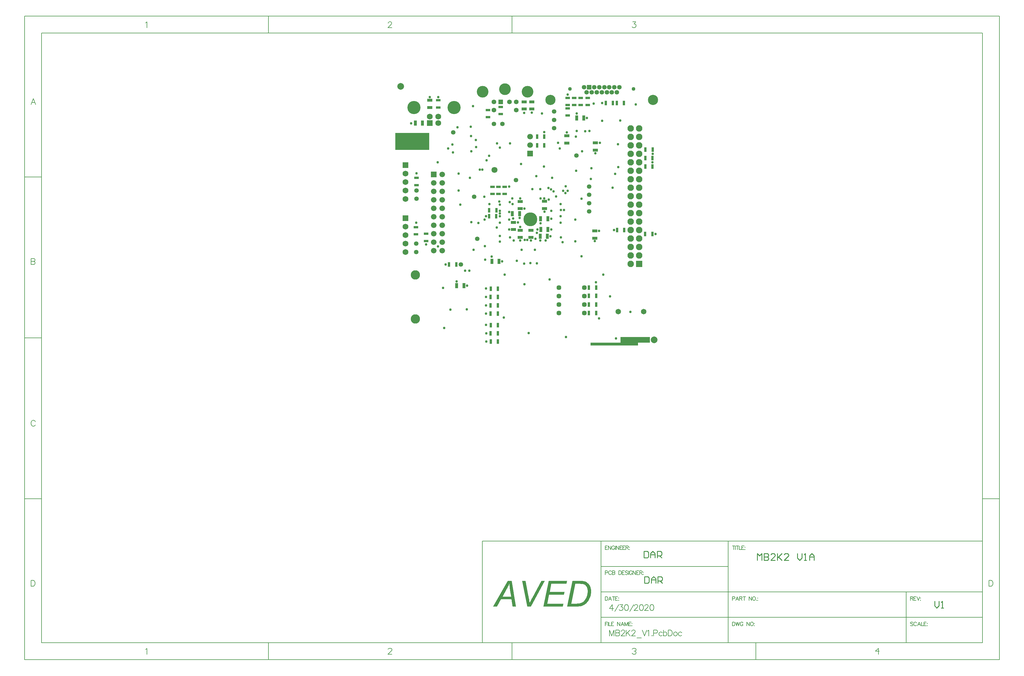
<source format=gbs>
G04*
G04 #@! TF.GenerationSoftware,Altium Limited,Altium Designer,20.0.14 (345)*
G04*
G04 Layer_Color=16711935*
%FSLAX44Y44*%
%MOMM*%
G71*
G01*
G75*
%ADD11C,0.2500*%
%ADD22C,0.1270*%
%ADD23C,0.1778*%
%ADD52R,10.1500X5.1500*%
%ADD61C,2.0000*%
%ADD64R,0.8500X1.5500*%
%ADD65R,1.4500X0.7500*%
%ADD67R,1.5500X0.8500*%
%ADD68R,0.7500X1.4500*%
%ADD69R,1.7000X1.7000*%
%ADD70C,1.7000*%
%ADD71C,1.3500*%
%ADD72C,2.1500*%
%ADD73C,3.4900*%
%ADD74R,1.3900X1.3900*%
%ADD75C,1.3900*%
%ADD76R,1.9500X1.9500*%
%ADD77C,1.9500*%
%ADD78C,1.6740*%
%ADD79R,1.6740X1.6740*%
%ADD80C,1.6500*%
%ADD81C,1.1150*%
%ADD82C,3.0450*%
%ADD83R,1.3500X1.3500*%
%ADD84C,1.7500*%
%ADD85R,1.7500X1.7500*%
%ADD86C,3.9500*%
%ADD87C,1.4500*%
%ADD88C,4.1500*%
%ADD89C,0.7500*%
%ADD90C,1.8000*%
%ADD104C,2.8000*%
%ADD120R,14.3500X0.8500*%
%ADD121R,8.9000X1.6750*%
G36*
X410400Y-780000D02*
X399300D01*
X384600Y-703100D01*
X394500D01*
X403300Y-749000D01*
Y-749100D01*
X403400Y-749500D01*
X403500Y-750200D01*
X403700Y-751100D01*
X403900Y-752100D01*
X404100Y-753400D01*
X404400Y-754700D01*
X404700Y-756200D01*
X405200Y-759400D01*
X405800Y-762700D01*
X406200Y-766100D01*
X406400Y-767600D01*
X406600Y-769100D01*
X406700Y-769000D01*
X406800Y-768700D01*
X407100Y-768200D01*
X407400Y-767500D01*
X407800Y-766600D01*
X408300Y-765700D01*
X408800Y-764600D01*
X409400Y-763500D01*
X410600Y-761000D01*
X412000Y-758400D01*
X413300Y-755800D01*
X414500Y-753500D01*
X441900Y-703100D01*
X452400D01*
X410400Y-780000D01*
D02*
G37*
G36*
X561399Y-703200D02*
X563200Y-703300D01*
X565299Y-703400D01*
X567399Y-703600D01*
X569399Y-704000D01*
X571199Y-704400D01*
X571299D01*
X571499Y-704500D01*
X571799Y-704600D01*
X572299Y-704700D01*
X573399Y-705100D01*
X574899Y-705700D01*
X576599Y-706500D01*
X578399Y-707500D01*
X580199Y-708700D01*
X581899Y-710200D01*
X581999D01*
X582099Y-710400D01*
X582599Y-710900D01*
X583399Y-711800D01*
X584399Y-713000D01*
X585499Y-714500D01*
X586699Y-716300D01*
X587799Y-718300D01*
X588699Y-720600D01*
Y-720700D01*
X588799Y-720900D01*
X588899Y-721200D01*
X589099Y-721700D01*
X589199Y-722300D01*
X589399Y-723000D01*
X589599Y-723800D01*
X589899Y-724700D01*
X590299Y-726700D01*
X590599Y-729100D01*
X590899Y-731800D01*
X590999Y-734600D01*
Y-734700D01*
Y-735000D01*
Y-735500D01*
Y-736200D01*
X590899Y-737000D01*
Y-737900D01*
X590799Y-739000D01*
X590599Y-740200D01*
X590299Y-742800D01*
X589799Y-745600D01*
X589099Y-748600D01*
X588099Y-751500D01*
Y-751600D01*
X587999Y-751800D01*
X587799Y-752200D01*
X587599Y-752800D01*
X587299Y-753400D01*
X586999Y-754200D01*
X586099Y-756000D01*
X585099Y-758100D01*
X583799Y-760400D01*
X582399Y-762700D01*
X580799Y-764900D01*
Y-765000D01*
X580599Y-765200D01*
X580399Y-765500D01*
X579999Y-765900D01*
X579099Y-766900D01*
X577899Y-768200D01*
X576499Y-769700D01*
X574899Y-771200D01*
X573099Y-772700D01*
X571299Y-774000D01*
X571199D01*
X571099Y-774100D01*
X570799Y-774300D01*
X570399Y-774500D01*
X569399Y-775100D01*
X567999Y-775800D01*
X566300Y-776600D01*
X564300Y-777400D01*
X562099Y-778200D01*
X559599Y-778800D01*
X559399D01*
X559100Y-778900D01*
X558699Y-779000D01*
X558200Y-779100D01*
X557599Y-779200D01*
X556100Y-779400D01*
X554199Y-779600D01*
X552099Y-779800D01*
X549599Y-779900D01*
X546899Y-780000D01*
X519300D01*
X535299Y-703100D01*
X560600D01*
X561399Y-703200D01*
D02*
G37*
G36*
X517500Y-711800D02*
X471900D01*
X466900Y-735800D01*
X511600D01*
X509800Y-744500D01*
X465100D01*
X459500Y-771300D01*
X508100D01*
X506300Y-780000D01*
X447500D01*
X463600Y-703100D01*
X519300D01*
X517500Y-711800D01*
D02*
G37*
G36*
X365900Y-780000D02*
X355900D01*
X352200Y-757900D01*
X321100D01*
X308800Y-780000D01*
X297500D01*
X340900Y-703100D01*
X353200D01*
X365900Y-780000D01*
D02*
G37*
%LPC*%
G36*
X557399Y-711800D02*
X543699D01*
X531300Y-771300D01*
X545600D01*
X546399Y-771200D01*
X547399D01*
X548400Y-771100D01*
X550700Y-770900D01*
X553200Y-770700D01*
X555700Y-770300D01*
X558200Y-769800D01*
X558400D01*
X558899Y-769600D01*
X559599Y-769400D01*
X560499Y-769100D01*
X561600Y-768700D01*
X562700Y-768300D01*
X565000Y-767100D01*
X565200Y-767000D01*
X565600Y-766700D01*
X566300Y-766100D01*
X567199Y-765400D01*
X568299Y-764500D01*
X569399Y-763400D01*
X570599Y-762200D01*
X571799Y-760800D01*
Y-760700D01*
X571999Y-760600D01*
X572199Y-760300D01*
X572499Y-759900D01*
X573199Y-758800D01*
X574099Y-757400D01*
X575099Y-755700D01*
X576199Y-753700D01*
X577199Y-751500D01*
X578199Y-749100D01*
Y-749000D01*
X578299Y-748800D01*
X578399Y-748400D01*
X578599Y-747900D01*
X578799Y-747300D01*
X578999Y-746600D01*
X579199Y-745700D01*
X579399Y-744700D01*
X579799Y-742500D01*
X580199Y-740000D01*
X580499Y-737200D01*
X580599Y-734100D01*
Y-734000D01*
Y-733700D01*
Y-733200D01*
Y-732500D01*
X580499Y-731800D01*
X580399Y-730900D01*
X580199Y-728800D01*
X579799Y-726500D01*
X579199Y-724100D01*
X578399Y-721800D01*
X577899Y-720700D01*
X577299Y-719700D01*
Y-719600D01*
X577199Y-719500D01*
X576699Y-718900D01*
X575999Y-718000D01*
X574999Y-717000D01*
X573799Y-715900D01*
X572399Y-714800D01*
X570799Y-713800D01*
X568999Y-713100D01*
X568799Y-713000D01*
X568299Y-712900D01*
X567399Y-712700D01*
X566100Y-712400D01*
X564500Y-712200D01*
X562500Y-712000D01*
X560099Y-711900D01*
X557399Y-711800D01*
D02*
G37*
G36*
X345800Y-711500D02*
Y-711600D01*
X345700Y-711800D01*
X345500Y-712200D01*
X345300Y-712700D01*
X345000Y-713300D01*
X344700Y-714100D01*
X344300Y-715000D01*
X343900Y-716000D01*
X343400Y-717100D01*
X342800Y-718300D01*
X341500Y-720900D01*
X339900Y-723900D01*
X338100Y-727200D01*
X325500Y-750000D01*
X351000D01*
X348000Y-730700D01*
Y-730600D01*
X347900Y-730200D01*
X347800Y-729600D01*
X347700Y-728800D01*
X347600Y-727800D01*
X347400Y-726700D01*
X347200Y-725400D01*
X347100Y-724000D01*
X346700Y-721000D01*
X346300Y-717700D01*
X346000Y-714500D01*
X345800Y-711500D01*
D02*
G37*
%LPD*%
D11*
X1620069Y-763933D02*
Y-777262D01*
X1626734Y-783927D01*
X1633398Y-777262D01*
Y-763933D01*
X1640063Y-783927D02*
X1646727D01*
X1643395D01*
Y-763933D01*
X1640063Y-767266D01*
X751069Y-689933D02*
Y-709927D01*
X761066D01*
X764398Y-706595D01*
Y-693266D01*
X761066Y-689933D01*
X751069D01*
X771063Y-709927D02*
Y-696598D01*
X777727Y-689933D01*
X784392Y-696598D01*
Y-709927D01*
Y-699930D01*
X771063D01*
X791056Y-709927D02*
Y-689933D01*
X801053D01*
X804385Y-693266D01*
Y-699930D01*
X801053Y-703262D01*
X791056D01*
X797721D02*
X804385Y-709927D01*
X749069Y-613933D02*
Y-633927D01*
X759066D01*
X762398Y-630595D01*
Y-617266D01*
X759066Y-613933D01*
X749069D01*
X769063Y-633927D02*
Y-620598D01*
X775727Y-613933D01*
X782392Y-620598D01*
Y-633927D01*
Y-623930D01*
X769063D01*
X789056Y-633927D02*
Y-613933D01*
X799053D01*
X802385Y-617266D01*
Y-623930D01*
X799053Y-627262D01*
X789056D01*
X795721D02*
X802385Y-633927D01*
X1089069Y-640927D02*
Y-620933D01*
X1095733Y-627598D01*
X1102398Y-620933D01*
Y-640927D01*
X1109063Y-620933D02*
Y-640927D01*
X1119059D01*
X1122392Y-637595D01*
Y-634263D01*
X1119059Y-630930D01*
X1109063D01*
X1119059D01*
X1122392Y-627598D01*
Y-624266D01*
X1119059Y-620933D01*
X1109063D01*
X1142385Y-640927D02*
X1129056D01*
X1142385Y-627598D01*
Y-624266D01*
X1139053Y-620933D01*
X1132388D01*
X1129056Y-624266D01*
X1149050Y-620933D02*
Y-640927D01*
Y-634263D01*
X1162379Y-620933D01*
X1152382Y-630930D01*
X1162379Y-640927D01*
X1182372D02*
X1169043D01*
X1182372Y-627598D01*
Y-624266D01*
X1179040Y-620933D01*
X1172375D01*
X1169043Y-624266D01*
X1209030Y-620933D02*
Y-634263D01*
X1215695Y-640927D01*
X1222359Y-634263D01*
Y-620933D01*
X1229024Y-640927D02*
X1235688D01*
X1232356D01*
Y-620933D01*
X1229024Y-624266D01*
X1245685Y-640927D02*
Y-627598D01*
X1252350Y-620933D01*
X1259014Y-627598D01*
Y-640927D01*
Y-630930D01*
X1245685D01*
D22*
X1084129Y-939377D02*
Y-888577D01*
X1001579D02*
Y-736177D01*
X1534979Y-888577D02*
Y-736177D01*
X620579Y-888577D02*
Y-583777D01*
X1763579Y-888577D02*
Y-583777D01*
X1001579D02*
X1763579D01*
X1001579Y-736177D02*
Y-583777D01*
X620579D02*
X1001579D01*
X620579Y-736177D02*
X1763579D01*
X620579Y-812377D02*
X1763579D01*
X620579Y-888577D02*
X1763579D01*
X620579Y-659977D02*
X1001579D01*
X264979Y-583777D02*
X620579D01*
X264979Y-888577D02*
Y-583777D01*
Y-888577D02*
X620579D01*
X353879Y-939377D02*
Y-888577D01*
X-376371Y-939377D02*
Y-888577D01*
X-1106621Y-456777D02*
X-1055821D01*
X-1106621Y25823D02*
X-1055821D01*
X-1106621Y508423D02*
X-1055821D01*
X-1106621Y-939377D02*
Y991023D01*
X1763579Y-456777D02*
X1814379D01*
X353879Y940223D02*
Y991023D01*
X-376371Y940223D02*
Y991023D01*
X-1055821Y940223D02*
X1763579D01*
Y-888577D02*
Y940223D01*
X-1055821Y-888577D02*
X1763579D01*
X-1055821D02*
Y940223D01*
X-1106621Y991023D02*
X1814379D01*
Y-939377D02*
Y991023D01*
X-1106621Y-939377D02*
X1814379D01*
X1555297Y-827982D02*
X1554209Y-826894D01*
X1552576Y-826349D01*
X1550400D01*
X1548767Y-826894D01*
X1547679Y-827982D01*
Y-829070D01*
X1548223Y-830159D01*
X1548767Y-830703D01*
X1549856Y-831247D01*
X1553121Y-832335D01*
X1554209Y-832879D01*
X1554753Y-833424D01*
X1555297Y-834512D01*
Y-836144D01*
X1554209Y-837233D01*
X1552576Y-837777D01*
X1550400D01*
X1548767Y-837233D01*
X1547679Y-836144D01*
X1566017Y-829070D02*
X1565473Y-827982D01*
X1564385Y-826894D01*
X1563297Y-826349D01*
X1561120D01*
X1560032Y-826894D01*
X1558943Y-827982D01*
X1558399Y-829070D01*
X1557855Y-830703D01*
Y-833424D01*
X1558399Y-835056D01*
X1558943Y-836144D01*
X1560032Y-837233D01*
X1561120Y-837777D01*
X1563297D01*
X1564385Y-837233D01*
X1565473Y-836144D01*
X1566017Y-835056D01*
X1577935Y-837777D02*
X1573582Y-826349D01*
X1569228Y-837777D01*
X1570861Y-833968D02*
X1576302D01*
X1580601Y-826349D02*
Y-837777D01*
X1587131D01*
X1595457Y-826349D02*
X1588383D01*
Y-837777D01*
X1595457D01*
X1588383Y-831791D02*
X1592736D01*
X1597906Y-830159D02*
X1597362Y-830703D01*
X1597906Y-831247D01*
X1598450Y-830703D01*
X1597906Y-830159D01*
Y-836689D02*
X1597362Y-837233D01*
X1597906Y-837777D01*
X1598450Y-837233D01*
X1597906Y-836689D01*
X633279Y-826349D02*
Y-837777D01*
Y-826349D02*
X640353D01*
X633279Y-831791D02*
X637632D01*
X641659Y-826349D02*
Y-837777D01*
X644054Y-826349D02*
Y-837777D01*
X650584D01*
X658909Y-826349D02*
X651835D01*
Y-837777D01*
X658909D01*
X651835Y-831791D02*
X656189D01*
X669793Y-826349D02*
Y-837777D01*
Y-826349D02*
X677411Y-837777D01*
Y-826349D02*
Y-837777D01*
X689274D02*
X684921Y-826349D01*
X680567Y-837777D01*
X682200Y-833968D02*
X687642D01*
X691941Y-826349D02*
Y-837777D01*
Y-826349D02*
X696294Y-837777D01*
X700647Y-826349D02*
X696294Y-837777D01*
X700647Y-826349D02*
Y-837777D01*
X710986Y-826349D02*
X703912D01*
Y-837777D01*
X710986D01*
X703912Y-831791D02*
X708266D01*
X713435Y-830159D02*
X712891Y-830703D01*
X713435Y-831247D01*
X713979Y-830703D01*
X713435Y-830159D01*
Y-836689D02*
X712891Y-837233D01*
X713435Y-837777D01*
X713979Y-837233D01*
X713435Y-836689D01*
X633279Y-678665D02*
X638176D01*
X639809Y-678121D01*
X640353Y-677577D01*
X640897Y-676489D01*
Y-674856D01*
X640353Y-673768D01*
X639809Y-673224D01*
X638176Y-672680D01*
X633279D01*
Y-684107D01*
X651618Y-675400D02*
X651073Y-674312D01*
X649985Y-673224D01*
X648897Y-672680D01*
X646720D01*
X645632Y-673224D01*
X644543Y-674312D01*
X643999Y-675400D01*
X643455Y-677033D01*
Y-679754D01*
X643999Y-681386D01*
X644543Y-682475D01*
X645632Y-683563D01*
X646720Y-684107D01*
X648897D01*
X649985Y-683563D01*
X651073Y-682475D01*
X651618Y-681386D01*
X654828Y-672680D02*
Y-684107D01*
Y-672680D02*
X659726D01*
X661358Y-673224D01*
X661902Y-673768D01*
X662447Y-674856D01*
Y-675945D01*
X661902Y-677033D01*
X661358Y-677577D01*
X659726Y-678121D01*
X654828D02*
X659726D01*
X661358Y-678665D01*
X661902Y-679210D01*
X662447Y-680298D01*
Y-681930D01*
X661902Y-683019D01*
X661358Y-683563D01*
X659726Y-684107D01*
X654828D01*
X673983Y-672680D02*
Y-684107D01*
Y-672680D02*
X677792D01*
X679425Y-673224D01*
X680513Y-674312D01*
X681057Y-675400D01*
X681601Y-677033D01*
Y-679754D01*
X681057Y-681386D01*
X680513Y-682475D01*
X679425Y-683563D01*
X677792Y-684107D01*
X673983D01*
X691233Y-672680D02*
X684159D01*
Y-684107D01*
X691233D01*
X684159Y-678121D02*
X688512D01*
X700756Y-674312D02*
X699668Y-673224D01*
X698035Y-672680D01*
X695859D01*
X694226Y-673224D01*
X693138Y-674312D01*
Y-675400D01*
X693682Y-676489D01*
X694226Y-677033D01*
X695314Y-677577D01*
X698579Y-678665D01*
X699668Y-679210D01*
X700212Y-679754D01*
X700756Y-680842D01*
Y-682475D01*
X699668Y-683563D01*
X698035Y-684107D01*
X695859D01*
X694226Y-683563D01*
X693138Y-682475D01*
X703314Y-672680D02*
Y-684107D01*
X713870Y-675400D02*
X713326Y-674312D01*
X712238Y-673224D01*
X711150Y-672680D01*
X708973D01*
X707885Y-673224D01*
X706796Y-674312D01*
X706252Y-675400D01*
X705708Y-677033D01*
Y-679754D01*
X706252Y-681386D01*
X706796Y-682475D01*
X707885Y-683563D01*
X708973Y-684107D01*
X711150D01*
X712238Y-683563D01*
X713326Y-682475D01*
X713870Y-681386D01*
Y-679754D01*
X711150D02*
X713870D01*
X716482Y-672680D02*
Y-684107D01*
Y-672680D02*
X724101Y-684107D01*
Y-672680D02*
Y-684107D01*
X734331Y-672680D02*
X727257D01*
Y-684107D01*
X734331D01*
X727257Y-678121D02*
X731610D01*
X736236Y-672680D02*
Y-684107D01*
Y-672680D02*
X741133D01*
X742766Y-673224D01*
X743310Y-673768D01*
X743854Y-674856D01*
Y-675945D01*
X743310Y-677033D01*
X742766Y-677577D01*
X741133Y-678121D01*
X736236D01*
X740045D02*
X743854Y-684107D01*
X746956Y-676489D02*
X746412Y-677033D01*
X746956Y-677577D01*
X747500Y-677033D01*
X746956Y-676489D01*
Y-683019D02*
X746412Y-683563D01*
X746956Y-684107D01*
X747500Y-683563D01*
X746956Y-683019D01*
X1018088Y-597749D02*
Y-609177D01*
X1014279Y-597749D02*
X1021897D01*
X1023258D02*
Y-609177D01*
X1029461Y-597749D02*
Y-609177D01*
X1025652Y-597749D02*
X1033271D01*
X1034631D02*
Y-609177D01*
X1041161D01*
X1049487Y-597749D02*
X1042413D01*
Y-609177D01*
X1049487D01*
X1042413Y-603191D02*
X1046766D01*
X1051936Y-601559D02*
X1051391Y-602103D01*
X1051936Y-602647D01*
X1052480Y-602103D01*
X1051936Y-601559D01*
Y-608089D02*
X1051391Y-608633D01*
X1051936Y-609177D01*
X1052480Y-608633D01*
X1051936Y-608089D01*
X1014279Y-756135D02*
X1019176D01*
X1020809Y-755591D01*
X1021353Y-755047D01*
X1021897Y-753959D01*
Y-752326D01*
X1021353Y-751238D01*
X1020809Y-750694D01*
X1019176Y-750150D01*
X1014279D01*
Y-761577D01*
X1033162D02*
X1028808Y-750150D01*
X1024455Y-761577D01*
X1026087Y-757768D02*
X1031529D01*
X1035828Y-750150D02*
Y-761577D01*
Y-750150D02*
X1040726D01*
X1042358Y-750694D01*
X1042902Y-751238D01*
X1043447Y-752326D01*
Y-753415D01*
X1042902Y-754503D01*
X1042358Y-755047D01*
X1040726Y-755591D01*
X1035828D01*
X1039637D02*
X1043447Y-761577D01*
X1049813Y-750150D02*
Y-761577D01*
X1046004Y-750150D02*
X1053622D01*
X1063962D02*
Y-761577D01*
Y-750150D02*
X1071580Y-761577D01*
Y-750150D02*
Y-761577D01*
X1078001Y-750150D02*
X1076913Y-750694D01*
X1075825Y-751782D01*
X1075280Y-752870D01*
X1074736Y-754503D01*
Y-757224D01*
X1075280Y-758856D01*
X1075825Y-759945D01*
X1076913Y-761033D01*
X1078001Y-761577D01*
X1080178D01*
X1081266Y-761033D01*
X1082355Y-759945D01*
X1082899Y-758856D01*
X1083443Y-757224D01*
Y-754503D01*
X1082899Y-752870D01*
X1082355Y-751782D01*
X1081266Y-750694D01*
X1080178Y-750150D01*
X1078001D01*
X1086654Y-760489D02*
X1086109Y-761033D01*
X1086654Y-761577D01*
X1087198Y-761033D01*
X1086654Y-760489D01*
X1090245Y-753959D02*
X1089701Y-754503D01*
X1090245Y-755047D01*
X1090789Y-754503D01*
X1090245Y-753959D01*
Y-760489D02*
X1089701Y-761033D01*
X1090245Y-761577D01*
X1090789Y-761033D01*
X1090245Y-760489D01*
X640353Y-597749D02*
X633279D01*
Y-609177D01*
X640353D01*
X633279Y-603191D02*
X637632D01*
X642258Y-597749D02*
Y-609177D01*
Y-597749D02*
X649876Y-609177D01*
Y-597749D02*
Y-609177D01*
X661195Y-600470D02*
X660651Y-599382D01*
X659562Y-598294D01*
X658474Y-597749D01*
X656297D01*
X655209Y-598294D01*
X654121Y-599382D01*
X653577Y-600470D01*
X653032Y-602103D01*
Y-604824D01*
X653577Y-606456D01*
X654121Y-607545D01*
X655209Y-608633D01*
X656297Y-609177D01*
X658474D01*
X659562Y-608633D01*
X660651Y-607545D01*
X661195Y-606456D01*
Y-604824D01*
X658474D02*
X661195D01*
X663807Y-597749D02*
Y-609177D01*
X666201Y-597749D02*
Y-609177D01*
Y-597749D02*
X673820Y-609177D01*
Y-597749D02*
Y-609177D01*
X684050Y-597749D02*
X676976D01*
Y-609177D01*
X684050D01*
X676976Y-603191D02*
X681329D01*
X693029Y-597749D02*
X685955D01*
Y-609177D01*
X693029D01*
X685955Y-603191D02*
X690308D01*
X694933Y-597749D02*
Y-609177D01*
Y-597749D02*
X699831D01*
X701463Y-598294D01*
X702008Y-598838D01*
X702552Y-599926D01*
Y-601015D01*
X702008Y-602103D01*
X701463Y-602647D01*
X699831Y-603191D01*
X694933D01*
X698743D02*
X702552Y-609177D01*
X705654Y-601559D02*
X705109Y-602103D01*
X705654Y-602647D01*
X706198Y-602103D01*
X705654Y-601559D01*
Y-608089D02*
X705109Y-608633D01*
X705654Y-609177D01*
X706198Y-608633D01*
X705654Y-608089D01*
X1014279Y-826349D02*
Y-837777D01*
Y-826349D02*
X1018088D01*
X1019721Y-826894D01*
X1020809Y-827982D01*
X1021353Y-829070D01*
X1021897Y-830703D01*
Y-833424D01*
X1021353Y-835056D01*
X1020809Y-836144D01*
X1019721Y-837233D01*
X1018088Y-837777D01*
X1014279D01*
X1024455Y-826349D02*
X1027176Y-837777D01*
X1029897Y-826349D02*
X1027176Y-837777D01*
X1029897Y-826349D02*
X1032617Y-837777D01*
X1035338Y-826349D02*
X1032617Y-837777D01*
X1045786Y-829070D02*
X1045242Y-827982D01*
X1044154Y-826894D01*
X1043066Y-826349D01*
X1040889D01*
X1039800Y-826894D01*
X1038712Y-827982D01*
X1038168Y-829070D01*
X1037624Y-830703D01*
Y-833424D01*
X1038168Y-835056D01*
X1038712Y-836144D01*
X1039800Y-837233D01*
X1040889Y-837777D01*
X1043066D01*
X1044154Y-837233D01*
X1045242Y-836144D01*
X1045786Y-835056D01*
Y-833424D01*
X1043066D02*
X1045786D01*
X1057377Y-826349D02*
Y-837777D01*
Y-826349D02*
X1064996Y-837777D01*
Y-826349D02*
Y-837777D01*
X1071417Y-826349D02*
X1070328Y-826894D01*
X1069240Y-827982D01*
X1068696Y-829070D01*
X1068152Y-830703D01*
Y-833424D01*
X1068696Y-835056D01*
X1069240Y-836144D01*
X1070328Y-837233D01*
X1071417Y-837777D01*
X1073594D01*
X1074682Y-837233D01*
X1075770Y-836144D01*
X1076314Y-835056D01*
X1076859Y-833424D01*
Y-830703D01*
X1076314Y-829070D01*
X1075770Y-827982D01*
X1074682Y-826894D01*
X1073594Y-826349D01*
X1071417D01*
X1080069Y-830159D02*
X1079525Y-830703D01*
X1080069Y-831247D01*
X1080613Y-830703D01*
X1080069Y-830159D01*
Y-836689D02*
X1079525Y-837233D01*
X1080069Y-837777D01*
X1080613Y-837233D01*
X1080069Y-836689D01*
X1547679Y-750150D02*
Y-761577D01*
Y-750150D02*
X1552576D01*
X1554209Y-750694D01*
X1554753Y-751238D01*
X1555297Y-752326D01*
Y-753415D01*
X1554753Y-754503D01*
X1554209Y-755047D01*
X1552576Y-755591D01*
X1547679D01*
X1551488D02*
X1555297Y-761577D01*
X1564929Y-750150D02*
X1557855D01*
Y-761577D01*
X1564929D01*
X1557855Y-755591D02*
X1562208D01*
X1566834Y-750150D02*
X1571187Y-761577D01*
X1575540Y-750150D02*
X1571187Y-761577D01*
X1577554Y-753959D02*
X1577010Y-754503D01*
X1577554Y-755047D01*
X1578098Y-754503D01*
X1577554Y-753959D01*
Y-760489D02*
X1577010Y-761033D01*
X1577554Y-761577D01*
X1578098Y-761033D01*
X1577554Y-760489D01*
X633279Y-750150D02*
Y-761577D01*
Y-750150D02*
X637088D01*
X638721Y-750694D01*
X639809Y-751782D01*
X640353Y-752870D01*
X640897Y-754503D01*
Y-757224D01*
X640353Y-758856D01*
X639809Y-759945D01*
X638721Y-761033D01*
X637088Y-761577D01*
X633279D01*
X652162D02*
X647808Y-750150D01*
X643455Y-761577D01*
X645088Y-757768D02*
X650529D01*
X658637Y-750150D02*
Y-761577D01*
X654828Y-750150D02*
X662447D01*
X670881D02*
X663807D01*
Y-761577D01*
X670881D01*
X663807Y-755591D02*
X668160D01*
X673330Y-753959D02*
X672786Y-754503D01*
X673330Y-755047D01*
X673874Y-754503D01*
X673330Y-753959D01*
Y-760489D02*
X672786Y-761033D01*
X673330Y-761577D01*
X673874Y-761033D01*
X673330Y-760489D01*
D23*
X645979Y-850481D02*
Y-868257D01*
Y-850481D02*
X652751Y-868257D01*
X659523Y-850481D02*
X652751Y-868257D01*
X659523Y-850481D02*
Y-868257D01*
X664602Y-850481D02*
Y-868257D01*
Y-850481D02*
X672220D01*
X674760Y-851327D01*
X675606Y-852174D01*
X676452Y-853867D01*
Y-855560D01*
X675606Y-857253D01*
X674760Y-858099D01*
X672220Y-858946D01*
X664602D02*
X672220D01*
X674760Y-859792D01*
X675606Y-860639D01*
X676452Y-862332D01*
Y-864871D01*
X675606Y-866564D01*
X674760Y-867411D01*
X672220Y-868257D01*
X664602D01*
X681277Y-854713D02*
Y-853867D01*
X682124Y-852174D01*
X682970Y-851327D01*
X684663Y-850481D01*
X688049D01*
X689742Y-851327D01*
X690589Y-852174D01*
X691435Y-853867D01*
Y-855560D01*
X690589Y-857253D01*
X688896Y-859792D01*
X680431Y-868257D01*
X692282D01*
X696260Y-850481D02*
Y-868257D01*
X708111Y-850481D02*
X696260Y-862332D01*
X700493Y-858099D02*
X708111Y-868257D01*
X712936Y-854713D02*
Y-853867D01*
X713783Y-852174D01*
X714629Y-851327D01*
X716322Y-850481D01*
X719708D01*
X721401Y-851327D01*
X722247Y-852174D01*
X723094Y-853867D01*
Y-855560D01*
X722247Y-857253D01*
X720554Y-859792D01*
X712089Y-868257D01*
X723940D01*
X727919Y-874182D02*
X741463D01*
X743748Y-850481D02*
X750520Y-868257D01*
X757292Y-850481D02*
X750520Y-868257D01*
X759577Y-853867D02*
X761270Y-853020D01*
X763810Y-850481D01*
Y-868257D01*
X773460Y-866564D02*
X772613Y-867411D01*
X773460Y-868257D01*
X774306Y-867411D01*
X773460Y-866564D01*
X778200Y-859792D02*
X785818D01*
X788358Y-858946D01*
X789204Y-858099D01*
X790051Y-856406D01*
Y-853867D01*
X789204Y-852174D01*
X788358Y-851327D01*
X785818Y-850481D01*
X778200D01*
Y-868257D01*
X804187Y-858946D02*
X802494Y-857253D01*
X800801Y-856406D01*
X798262D01*
X796569Y-857253D01*
X794876Y-858946D01*
X794029Y-861485D01*
Y-863178D01*
X794876Y-865717D01*
X796569Y-867411D01*
X798262Y-868257D01*
X800801D01*
X802494Y-867411D01*
X804187Y-865717D01*
X807996Y-850481D02*
Y-868257D01*
Y-858946D02*
X809689Y-857253D01*
X811382Y-856406D01*
X813922D01*
X815615Y-857253D01*
X817308Y-858946D01*
X818154Y-861485D01*
Y-863178D01*
X817308Y-865717D01*
X815615Y-867411D01*
X813922Y-868257D01*
X811382D01*
X809689Y-867411D01*
X807996Y-865717D01*
X821963Y-850481D02*
Y-868257D01*
Y-850481D02*
X827889D01*
X830428Y-851327D01*
X832121Y-853020D01*
X832968Y-854713D01*
X833814Y-857253D01*
Y-861485D01*
X832968Y-864025D01*
X832121Y-865717D01*
X830428Y-867411D01*
X827889Y-868257D01*
X821963D01*
X842025Y-856406D02*
X840332Y-857253D01*
X838639Y-858946D01*
X837793Y-861485D01*
Y-863178D01*
X838639Y-865717D01*
X840332Y-867411D01*
X842025Y-868257D01*
X844565D01*
X846257Y-867411D01*
X847950Y-865717D01*
X848797Y-863178D01*
Y-861485D01*
X847950Y-858946D01*
X846257Y-857253D01*
X844565Y-856406D01*
X842025D01*
X862849Y-858946D02*
X861156Y-857253D01*
X859463Y-856406D01*
X856923D01*
X855230Y-857253D01*
X853537Y-858946D01*
X852691Y-861485D01*
Y-863178D01*
X853537Y-865717D01*
X855230Y-867411D01*
X856923Y-868257D01*
X859463D01*
X861156Y-867411D01*
X862849Y-865717D01*
X654444Y-774281D02*
X645979Y-786132D01*
X658676D01*
X654444Y-774281D02*
Y-792057D01*
X661808Y-794596D02*
X673659Y-774281D01*
X676537D02*
X685848D01*
X680770Y-781053D01*
X683309D01*
X685002Y-781899D01*
X685848Y-782746D01*
X686695Y-785285D01*
Y-786978D01*
X685848Y-789518D01*
X684156Y-791210D01*
X681616Y-792057D01*
X679077D01*
X676537Y-791210D01*
X675691Y-790364D01*
X674844Y-788671D01*
X695752Y-774281D02*
X693213Y-775127D01*
X691520Y-777667D01*
X690673Y-781899D01*
Y-784439D01*
X691520Y-788671D01*
X693213Y-791210D01*
X695752Y-792057D01*
X697445D01*
X699985Y-791210D01*
X701678Y-788671D01*
X702524Y-784439D01*
Y-781899D01*
X701678Y-777667D01*
X699985Y-775127D01*
X697445Y-774281D01*
X695752D01*
X706503Y-794596D02*
X718354Y-774281D01*
X720385Y-778513D02*
Y-777667D01*
X721232Y-775974D01*
X722078Y-775127D01*
X723771Y-774281D01*
X727157D01*
X728850Y-775127D01*
X729696Y-775974D01*
X730543Y-777667D01*
Y-779360D01*
X729696Y-781053D01*
X728003Y-783592D01*
X719539Y-792057D01*
X731389D01*
X740447Y-774281D02*
X737907Y-775127D01*
X736214Y-777667D01*
X735368Y-781899D01*
Y-784439D01*
X736214Y-788671D01*
X737907Y-791210D01*
X740447Y-792057D01*
X742140D01*
X744679Y-791210D01*
X746372Y-788671D01*
X747219Y-784439D01*
Y-781899D01*
X746372Y-777667D01*
X744679Y-775127D01*
X742140Y-774281D01*
X740447D01*
X752044Y-778513D02*
Y-777667D01*
X752890Y-775974D01*
X753737Y-775127D01*
X755430Y-774281D01*
X758816D01*
X760508Y-775127D01*
X761355Y-775974D01*
X762201Y-777667D01*
Y-779360D01*
X761355Y-781053D01*
X759662Y-783592D01*
X751197Y-792057D01*
X763048D01*
X772105Y-774281D02*
X769566Y-775127D01*
X767873Y-777667D01*
X767026Y-781899D01*
Y-784439D01*
X767873Y-788671D01*
X769566Y-791210D01*
X772105Y-792057D01*
X773798D01*
X776338Y-791210D01*
X778031Y-788671D01*
X778877Y-784439D01*
Y-781899D01*
X778031Y-777667D01*
X776338Y-775127D01*
X773798Y-774281D01*
X772105D01*
X1451664Y-922867D02*
Y-905093D01*
X1442777Y-913980D01*
X1454626D01*
X713797Y-908055D02*
X716759Y-905093D01*
X722684D01*
X725647Y-908055D01*
Y-911018D01*
X722684Y-913980D01*
X719722D01*
X722684D01*
X725647Y-916942D01*
Y-919905D01*
X722684Y-922867D01*
X716759D01*
X713797Y-919905D01*
X-5874Y-922867D02*
X-17723D01*
X-5874Y-911018D01*
Y-908055D01*
X-8836Y-905093D01*
X-14761D01*
X-17723Y-908055D01*
X-744163Y-908477D02*
X-742470Y-907630D01*
X-739930Y-905091D01*
Y-922867D01*
X715490Y974509D02*
X724801D01*
X719722Y967737D01*
X722262D01*
X723955Y966891D01*
X724801Y966044D01*
X725648Y963505D01*
Y961812D01*
X724801Y959273D01*
X723108Y957579D01*
X720569Y956733D01*
X718029D01*
X715490Y957579D01*
X714643Y958426D01*
X713797Y960119D01*
X-16876Y970277D02*
Y971123D01*
X-16030Y972816D01*
X-15184Y973663D01*
X-13491Y974509D01*
X-10105D01*
X-8412Y973663D01*
X-7565Y972816D01*
X-6719Y971123D01*
Y969430D01*
X-7565Y967737D01*
X-9258Y965198D01*
X-17723Y956733D01*
X-5872D01*
X-744163Y971123D02*
X-742470Y971970D01*
X-739930Y974509D01*
Y956733D01*
X-1087571Y-701383D02*
Y-719159D01*
Y-701383D02*
X-1081646D01*
X-1079106Y-702229D01*
X-1077413Y-703922D01*
X-1076567Y-705615D01*
X-1075720Y-708155D01*
Y-712387D01*
X-1076567Y-714927D01*
X-1077413Y-716619D01*
X-1079106Y-718313D01*
X-1081646Y-719159D01*
X-1087571D01*
X-1074874Y-225555D02*
X-1075720Y-223862D01*
X-1077413Y-222169D01*
X-1079106Y-221323D01*
X-1082492D01*
X-1084185Y-222169D01*
X-1085878Y-223862D01*
X-1086724Y-225555D01*
X-1087571Y-228095D01*
Y-232327D01*
X-1086724Y-234867D01*
X-1085878Y-236560D01*
X-1084185Y-238253D01*
X-1082492Y-239099D01*
X-1079106D01*
X-1077413Y-238253D01*
X-1075720Y-236560D01*
X-1074874Y-234867D01*
X-1087571Y263817D02*
Y246041D01*
Y263817D02*
X-1079953D01*
X-1077413Y262971D01*
X-1076567Y262124D01*
X-1075720Y260431D01*
Y258738D01*
X-1076567Y257045D01*
X-1077413Y256199D01*
X-1079953Y255352D01*
X-1087571D02*
X-1079953D01*
X-1077413Y254506D01*
X-1076567Y253659D01*
X-1075720Y251966D01*
Y249427D01*
X-1076567Y247734D01*
X-1077413Y246887D01*
X-1079953Y246041D01*
X-1087571D01*
X-1074027Y726609D02*
X-1080799Y744385D01*
X-1087571Y726609D01*
X-1085032Y732534D02*
X-1076567D01*
X1782629Y-701383D02*
Y-719159D01*
Y-701383D02*
X1788554D01*
X1791094Y-702229D01*
X1792787Y-703922D01*
X1793633Y-705615D01*
X1794480Y-708155D01*
Y-712387D01*
X1793633Y-714927D01*
X1792787Y-716619D01*
X1791094Y-718313D01*
X1788554Y-719159D01*
X1782629D01*
D52*
X54750Y615000D02*
D03*
D61*
X20000Y780000D02*
D03*
X780000Y20000D02*
D03*
D64*
X64250Y670000D02*
D03*
X85750D02*
D03*
X188250Y182250D02*
D03*
X209750D02*
D03*
X315000Y255750D02*
D03*
X293500D02*
D03*
X460000Y330750D02*
D03*
X438500D02*
D03*
X440000Y351000D02*
D03*
X461500D02*
D03*
X376500Y398500D02*
D03*
X355000D02*
D03*
X439750Y383000D02*
D03*
X461250D02*
D03*
X569250Y685750D02*
D03*
X547750D02*
D03*
D65*
X540000Y746000D02*
D03*
Y724500D02*
D03*
X559500Y746000D02*
D03*
Y724500D02*
D03*
X580500Y746000D02*
D03*
Y724500D02*
D03*
X520750Y746000D02*
D03*
Y724500D02*
D03*
X133250Y717000D02*
D03*
Y738500D02*
D03*
X320000Y697250D02*
D03*
Y718750D02*
D03*
X281500Y687750D02*
D03*
Y709250D02*
D03*
X295500Y479250D02*
D03*
Y457750D02*
D03*
X67250Y505750D02*
D03*
Y484250D02*
D03*
X313500Y479250D02*
D03*
Y457750D02*
D03*
X66250Y358000D02*
D03*
Y336500D02*
D03*
X331750Y479250D02*
D03*
Y457750D02*
D03*
X520500Y714250D02*
D03*
Y692750D02*
D03*
X96250Y316750D02*
D03*
Y338250D02*
D03*
D67*
X107250Y738500D02*
D03*
Y717000D02*
D03*
X413250Y712250D02*
D03*
Y733750D02*
D03*
X390500Y712250D02*
D03*
Y733750D02*
D03*
X601750Y325250D02*
D03*
Y346750D02*
D03*
X603750Y589250D02*
D03*
Y610750D02*
D03*
X518500Y632000D02*
D03*
Y610500D02*
D03*
X358000Y372500D02*
D03*
Y351000D02*
D03*
X378500Y348750D02*
D03*
Y327250D02*
D03*
X451000Y414000D02*
D03*
Y435500D02*
D03*
X378500Y413500D02*
D03*
Y435000D02*
D03*
X410250Y348500D02*
D03*
Y327000D02*
D03*
D68*
X306750Y391250D02*
D03*
X285250D02*
D03*
X668000Y730250D02*
D03*
X689500D02*
D03*
X753000Y337250D02*
D03*
X774500D02*
D03*
X753500Y539500D02*
D03*
X775000D02*
D03*
X753500Y565000D02*
D03*
X775000D02*
D03*
X753750Y590500D02*
D03*
X775250D02*
D03*
X186750Y246500D02*
D03*
X165250D02*
D03*
X311500Y173250D02*
D03*
X290000D02*
D03*
X311250Y148750D02*
D03*
X289750D02*
D03*
X605750Y151750D02*
D03*
X584250D02*
D03*
X605750Y126000D02*
D03*
X584250D02*
D03*
X605750Y177000D02*
D03*
X584250D02*
D03*
Y100750D02*
D03*
X605750D02*
D03*
X429250Y603750D02*
D03*
X450750D02*
D03*
X429250Y629250D02*
D03*
X450750D02*
D03*
X311250Y123750D02*
D03*
X289750D02*
D03*
X311250Y98500D02*
D03*
X289750D02*
D03*
X634750Y730250D02*
D03*
X656250D02*
D03*
X690250Y349250D02*
D03*
X668750D02*
D03*
X311500Y64500D02*
D03*
X290000D02*
D03*
X311250Y39750D02*
D03*
X289750D02*
D03*
X311500Y14750D02*
D03*
X290000D02*
D03*
X307000Y409000D02*
D03*
X285500D02*
D03*
D69*
X407750Y578850D02*
D03*
D70*
Y604250D02*
D03*
Y629650D02*
D03*
D71*
X240000Y449500D02*
D03*
X668300Y763000D02*
D03*
X645500Y778000D02*
D03*
X622700Y763000D02*
D03*
X599900Y778000D02*
D03*
X577100Y763000D02*
D03*
X660700Y778000D02*
D03*
X637900Y763000D02*
D03*
X615100Y778000D02*
D03*
X592300Y763000D02*
D03*
X569500Y778000D02*
D03*
X675900D02*
D03*
X653100Y763000D02*
D03*
X630300Y778000D02*
D03*
X607500Y763000D02*
D03*
X480000Y705000D02*
D03*
Y680000D02*
D03*
Y655000D02*
D03*
X250000Y323500D02*
D03*
X325120Y668020D02*
D03*
X299720D02*
D03*
X67250Y443000D02*
D03*
Y468250D02*
D03*
X66750Y308750D02*
D03*
X67000Y283000D02*
D03*
X365500Y499250D02*
D03*
X177500Y642500D02*
D03*
X200250Y246500D02*
D03*
X585000Y430000D02*
D03*
Y405000D02*
D03*
Y455000D02*
D03*
Y480000D02*
D03*
X546500Y572750D02*
D03*
D72*
X54750Y615000D02*
D03*
D73*
X265400Y764050D02*
D03*
X333000Y772150D02*
D03*
X400600Y764050D02*
D03*
D74*
X320000Y734050D02*
D03*
D75*
X346000D02*
D03*
X299500D02*
D03*
X366500D02*
D03*
X299500Y709150D02*
D03*
X366500D02*
D03*
D76*
X734900Y248050D02*
D03*
D77*
X709500D02*
D03*
X734900Y273450D02*
D03*
X709500D02*
D03*
X734900Y298850D02*
D03*
X709500D02*
D03*
X734900Y324250D02*
D03*
X709500D02*
D03*
X734900Y349650D02*
D03*
X709500D02*
D03*
X734900Y375050D02*
D03*
X709500D02*
D03*
X734900Y400450D02*
D03*
X709500D02*
D03*
X734900Y425850D02*
D03*
X709500D02*
D03*
X734900Y451250D02*
D03*
X709500D02*
D03*
X734900Y476650D02*
D03*
X709500D02*
D03*
X734900Y502050D02*
D03*
X709500D02*
D03*
X734900Y527450D02*
D03*
X709500D02*
D03*
X734900Y552850D02*
D03*
X709500D02*
D03*
X734900Y578250D02*
D03*
X709500D02*
D03*
X734900Y603650D02*
D03*
X709500D02*
D03*
X734900Y629050D02*
D03*
X709500D02*
D03*
X734900Y654450D02*
D03*
X709500D02*
D03*
D78*
X144400Y287500D02*
D03*
Y312900D02*
D03*
Y338300D02*
D03*
Y363700D02*
D03*
Y389100D02*
D03*
Y414500D02*
D03*
Y439900D02*
D03*
Y465300D02*
D03*
Y490700D02*
D03*
Y516100D02*
D03*
X119000Y287500D02*
D03*
Y312900D02*
D03*
Y338300D02*
D03*
Y363700D02*
D03*
Y389100D02*
D03*
Y414500D02*
D03*
Y439900D02*
D03*
Y465300D02*
D03*
Y490700D02*
D03*
D79*
Y516100D02*
D03*
D80*
X748000Y105000D02*
D03*
X672000D02*
D03*
D81*
X527470Y772900D02*
D03*
X717930D02*
D03*
D82*
X469050Y739900D02*
D03*
X776350D02*
D03*
D83*
X584700Y778000D02*
D03*
D84*
X34750Y442700D02*
D03*
Y468100D02*
D03*
Y518900D02*
D03*
Y493500D02*
D03*
X132500Y670000D02*
D03*
Y690000D02*
D03*
X107500D02*
D03*
X34750Y334000D02*
D03*
Y359400D02*
D03*
Y308600D02*
D03*
Y283200D02*
D03*
D85*
X34750Y544300D02*
D03*
X107500Y670000D02*
D03*
X34750Y384800D02*
D03*
D86*
X59800Y717100D02*
D03*
X180200D02*
D03*
D87*
X570950Y177050D02*
D03*
Y151650D02*
D03*
Y126250D02*
D03*
Y100850D02*
D03*
X494750D02*
D03*
Y126250D02*
D03*
Y151650D02*
D03*
Y177050D02*
D03*
D88*
X408500Y381250D02*
D03*
D89*
X665500Y24500D02*
D03*
X96250Y306000D02*
D03*
X271000Y449000D02*
D03*
X286250Y427250D02*
D03*
X253000Y370750D02*
D03*
X271750Y380500D02*
D03*
X276000Y391250D02*
D03*
X231500Y372750D02*
D03*
X132000Y300000D02*
D03*
X317250Y407250D02*
D03*
Y399250D02*
D03*
X500000Y409500D02*
D03*
X509750Y409750D02*
D03*
X345250Y403250D02*
D03*
X257410Y531000D02*
D03*
X345500Y381000D02*
D03*
X357250Y383750D02*
D03*
X317250Y391250D02*
D03*
X147500Y176000D02*
D03*
X598750Y729000D02*
D03*
X586000Y646250D02*
D03*
X547750Y646500D02*
D03*
X578000Y685750D02*
D03*
X193750Y468250D02*
D03*
X227750Y505750D02*
D03*
X601750Y316000D02*
D03*
X615000Y346750D02*
D03*
X604000Y579750D02*
D03*
X616750Y610750D02*
D03*
X230000Y659500D02*
D03*
X273250Y260750D02*
D03*
X245750Y619500D02*
D03*
X231250Y631500D02*
D03*
X219500Y182250D02*
D03*
X187750Y195500D02*
D03*
X218500Y111250D02*
D03*
X324500Y255750D02*
D03*
X293250Y269500D02*
D03*
X383000Y290000D02*
D03*
X439750Y369750D02*
D03*
X451000Y404250D02*
D03*
X376500Y386000D02*
D03*
X430000Y351250D02*
D03*
X469250Y331000D02*
D03*
X378500Y358750D02*
D03*
X371250Y372500D02*
D03*
X391500Y413750D02*
D03*
X276500Y15000D02*
D03*
Y39250D02*
D03*
X276250Y64750D02*
D03*
X276250Y98500D02*
D03*
X276000Y123500D02*
D03*
Y148500D02*
D03*
X275750Y173750D02*
D03*
X450500Y444500D02*
D03*
X378500Y444250D02*
D03*
X354500D02*
D03*
X345250Y351250D02*
D03*
X358500Y318000D02*
D03*
X378500D02*
D03*
X410500D02*
D03*
X438500D02*
D03*
X454500D02*
D03*
X471250Y351250D02*
D03*
Y383000D02*
D03*
Y407250D02*
D03*
X438500Y472250D02*
D03*
X414500D02*
D03*
X317250Y371250D02*
D03*
Y331250D02*
D03*
X422500Y290000D02*
D03*
X499750Y371250D02*
D03*
Y391250D02*
D03*
X380750Y547250D02*
D03*
X775000Y552250D02*
D03*
X775250Y577750D02*
D03*
X390500Y700500D02*
D03*
X413250Y701500D02*
D03*
X177250Y582500D02*
D03*
X175500Y606250D02*
D03*
X52000Y669500D02*
D03*
X162500Y594250D02*
D03*
X545000Y629750D02*
D03*
X518500Y642250D02*
D03*
X497000Y594000D02*
D03*
X546250Y527000D02*
D03*
X784000Y337250D02*
D03*
X193750Y519000D02*
D03*
X671750Y607000D02*
D03*
X662750Y517500D02*
D03*
X672250Y538000D02*
D03*
X500500Y327000D02*
D03*
X591750Y534500D02*
D03*
X331500Y215750D02*
D03*
X348250Y327250D02*
D03*
X66500Y371250D02*
D03*
X368500Y257250D02*
D03*
X428000Y249750D02*
D03*
X409250Y250250D02*
D03*
X390250Y249000D02*
D03*
X67500Y519500D02*
D03*
X563750Y585500D02*
D03*
X190750Y657500D02*
D03*
X285500Y572000D02*
D03*
X277750Y558750D02*
D03*
X590250Y502250D02*
D03*
X562000Y443750D02*
D03*
X439500Y444500D02*
D03*
X107250Y748500D02*
D03*
X133250D02*
D03*
X499500Y427250D02*
D03*
X562000Y270500D02*
D03*
X317500Y596500D02*
D03*
X315750Y435250D02*
D03*
X346750Y433250D02*
D03*
X355750Y427250D02*
D03*
X154500Y246500D02*
D03*
X225750Y227500D02*
D03*
X213250D02*
D03*
X478500Y465250D02*
D03*
X345750Y480000D02*
D03*
X615000Y84250D02*
D03*
X463000Y475500D02*
D03*
X486250Y450250D02*
D03*
X463750Y440500D02*
D03*
X505000Y313000D02*
D03*
X347500Y609000D02*
D03*
X309000Y609500D02*
D03*
X317750Y425500D02*
D03*
X238750Y290500D02*
D03*
X307750Y357250D02*
D03*
X329500Y87000D02*
D03*
X520750Y467250D02*
D03*
X514000Y460500D02*
D03*
X507500Y467000D02*
D03*
X470750Y471000D02*
D03*
X428750Y340750D02*
D03*
X424500Y323000D02*
D03*
X474000Y505750D02*
D03*
X515500Y28250D02*
D03*
X264910Y531000D02*
D03*
X399160Y320000D02*
D03*
X391660D02*
D03*
X492250Y611000D02*
D03*
X624000Y677500D02*
D03*
X548000Y698750D02*
D03*
X678000Y677750D02*
D03*
X624000Y730250D02*
D03*
X520750Y755500D02*
D03*
X573250Y646000D02*
D03*
X450750Y643000D02*
D03*
X659250Y349250D02*
D03*
X169250Y111000D02*
D03*
X426250Y510750D02*
D03*
X627500Y215750D02*
D03*
X151000Y55500D02*
D03*
X391000Y186750D02*
D03*
X272750Y300750D02*
D03*
X199250Y426000D02*
D03*
X449750Y540000D02*
D03*
X444000Y699250D02*
D03*
X236750Y720750D02*
D03*
X724750Y726500D02*
D03*
X466750Y201000D02*
D03*
X543500Y315500D02*
D03*
X131250Y552250D02*
D03*
X403750Y40750D02*
D03*
X709000Y103750D02*
D03*
X514500Y480500D02*
D03*
X20000Y630000D02*
D03*
X90000D02*
D03*
X70000D02*
D03*
X40000D02*
D03*
X20000Y600000D02*
D03*
X40000D02*
D03*
X70000D02*
D03*
X90000D02*
D03*
X80000Y615000D02*
D03*
X30000D02*
D03*
X10000D02*
D03*
X100000D02*
D03*
X317500Y314500D02*
D03*
X231500Y585750D02*
D03*
X246000Y598250D02*
D03*
X605500Y193000D02*
D03*
X543500Y381000D02*
D03*
X647500Y150500D02*
D03*
X655000Y476000D02*
D03*
D90*
X301000Y529500D02*
D03*
D104*
X64300Y82700D02*
D03*
Y214800D02*
D03*
D120*
X660500Y7500D02*
D03*
D121*
X723250Y19875D02*
D03*
M02*

</source>
